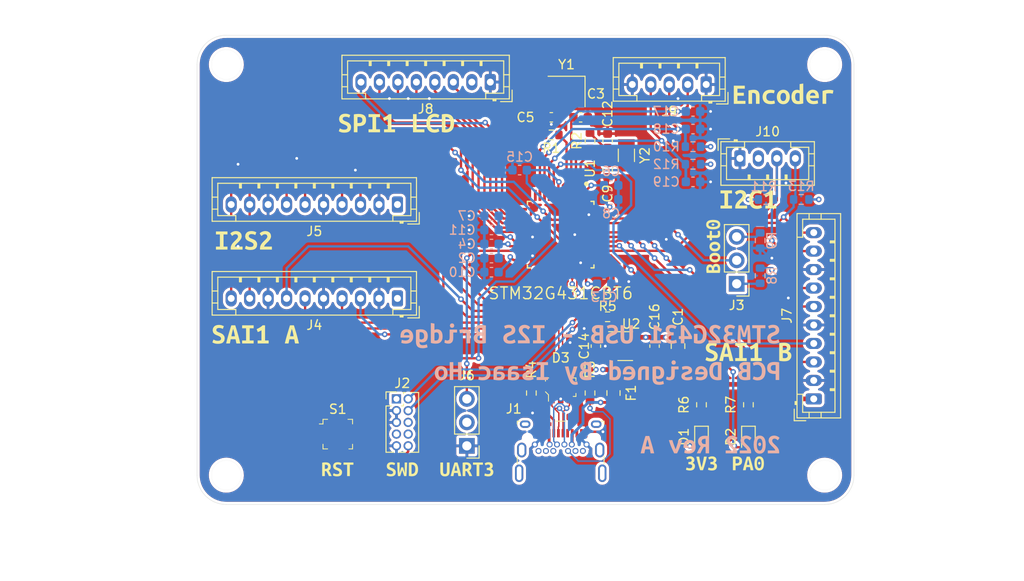
<source format=kicad_pcb>
(kicad_pcb (version 20211014) (generator pcbnew)
  (layers (0 "F.Cu" signal "Front") (1 "In1.Cu" signal) (2 "In2.Cu" signal) (31 "B.Cu" signal "Back") (34 "B.Paste" user) (35 "F.Paste" user) (36 "B.SilkS" user "B.Silkscreen") (37 "F.SilkS" user "F.Silkscreen") (38 "B.Mask" user) (39 "F.Mask" user) (44 "Edge.Cuts" user))
  (net 0 "")
  (net 2 "OSC_IN")
  (net 3 "Net-(C5-Pad1)")
  (net 4 "VREF")
  (net 5 "OSC32_IN")
  (net 6 "Net-(C12-Pad1)")
  (net 8 "NRST")
  (net 9 "USBc_D+")
  (net 10 "USBc_D-")
  (net 11 "USB_D-")
  (net 12 "USB_D+")
  (net 15 "VBUS")
  (net 16 "CC1")
  (net 24 "CC2")
  (net 28 "OSC_OUT")
  (net 29 "GND")
  (net 30 "OSC32_OUT")
  (net 31 "Net-(R5-Pad2)")
  (net 32 "+5V")
  (net 34 "ENC_BTN")
  (net 35 "ENC_B")
  (net 36 "ENC_A")
  (net 37 "Net-(D1-Pad1)")
  (net 38 "Net-(D2-Pad1)")
  (net 39 "USER_LED")
  (net 40 "SAI-A-SD")
  (net 41 "SAI-A-BCLK")
  (net 42 "SAI-A-FSYNC")
  (net 43 "SAI-A-GPIO1")
  (net 44 "SDA")
  (net 45 "SCL")
  (net 46 "I2S2-SD")
  (net 47 "I2S2-CLK")
  (net 48 "I2S2-WSYNC")
  (net 49 "USART3")
  (net 50 "SAI-B-SD")
  (net 51 "SAI-B-BCLK")
  (net 52 "SAI-B-FSYNC")
  (net 53 "SAI-B-MCLK")
  (net 54 "LCD_SDA")
  (net 55 "LCD_RES")
  (net 56 "LCD_DC")
  (net 57 "LCD_CS")
  (net 58 "LCD_BLK")
  (net 59 "I2S2-GPIO1")
  (net 60 "LCD_SCK")
  (net 61 "BOOT0")
  (net 62 "Net-(J3-Pad1)")
  (net 63 "Net-(J3-Pad3)")
  (net 64 "SWDIO")
  (net 65 "SWCLK")
  (net 69 "+3V3")
  (footprint "eec:STMicroelectronics-LQFP48-5B-0-2-MFG" (layer "F.Cu") (at 142.24 86.36 -90)
    (fp_text reference "U1")
    (fp_text value "STM32G431CBT6")
  )
  (footprint "kibuzzard-620D2924" (layer "F.Cu") (at 162.56 82.55)
    (fp_text reference "kibuzzard-620D2924" hide)
    (fp_text value "G***" hide)
  )
  (footprint "Capacitor_SMD:C_0603_1608Metric" (layer "F.Cu") (at 152.4 98.425 -90)
    (fp_text reference "C16")
    (fp_text value "1uF")
  )
  (footprint "kibuzzard-620D28C3" (layer "F.Cu") (at 109.22 97.155)
    (fp_text reference "kibuzzard-620D28C3" hide)
    (fp_text value "G***" hide)
  )
  (footprint "digikey-footprints:Switch_Tactile_SMD_B3U-1000P" (layer "F.Cu") (at 118.11 107.95)
    (fp_text reference "S1")
    (fp_text value "B3U-1000P")
  )
  (footprint "Capacitor_SMD:C_0603_1608Metric" (layer "F.Cu") (at 147.32 76.2 90)
    (fp_text reference "C12")
    (fp_text value "20pF")
  )
  (footprint "kibuzzard-620D2952" (layer "F.Cu") (at 125.095 111.76)
    (fp_text reference "kibuzzard-620D2952" hide)
    (fp_text value "G***" hide)
  )
  (footprint "Resistor_SMD:R_0603_1608Metric" (layer "F.Cu") (at 139.065 103.505 90)
    (fp_text reference "R4")
    (fp_text value "5.1k")
  )
  (footprint "kibuzzard-620D2A22" (layer "F.Cu") (at 158.75 87.63 90)
    (fp_text reference "kibuzzard-620D2A22" hide)
    (fp_text value "G***" hide)
  )
  (footprint "Connector_PinHeader_2.54mm:PinHeader_1x03_P2.54mm_Vertical" (layer "F.Cu") (at 132.08 109.22 180)
    (fp_text reference "J6")
    (fp_text value "Conn_01x03")
  )
  (footprint "LED_SMD:LED_0603_1608Metric" (layer "F.Cu") (at 162.56 108.585 -90)
    (fp_text reference "D2")
    (fp_text value "LED")
  )
  (footprint "kibuzzard-620D2969" (layer "F.Cu") (at 132.08 111.76)
    (fp_text reference "kibuzzard-620D2969" hide)
    (fp_text value "G***" hide)
  )
  (footprint "kibuzzard-620D29A8" (layer "F.Cu") (at 162.56 111.125)
    (fp_text reference "kibuzzard-620D29A8" hide)
    (fp_text value "G***" hide)
  )
  (footprint "Capacitor_SMD:C_0603_1608Metric" (layer "F.Cu") (at 146.05 98.425 -90)
    (fp_text reference "C14")
    (fp_text value "1uF")
  )
  (footprint "Connector_JST:JST_PH_B8B-PH-K_1x08_P2.00mm_Vertical" (layer "F.Cu") (at 134.62 69.85 180)
    (fp_text reference "J8")
    (fp_text value "Conn_01x08")
  )
  (footprint "Package_TO_SOT_SMD:SOT-23-5" (layer "F.Cu") (at 149.225 98.425)
    (fp_text reference "U2")
    (fp_text value "TPS7A0533PDBV")
  )
  (footprint "Resistor_SMD:R_0603_1608Metric" (layer "F.Cu") (at 162.56 104.775 90)
    (fp_text reference "R7")
    (fp_text value "2k")
  )
  (footprint "Fuse:Fuse_0805_2012Metric" (layer "F.Cu") (at 147.955 103.505 90)
    (fp_text reference "F1")
    (fp_text value "5V, 500mA")
  )
  (footprint "Connector_PinHeader_2.54mm:PinHeader_1x03_P2.54mm_Vertical" (layer "F.Cu") (at 161.29 91.679 180)
    (fp_text reference "J3")
    (fp_text value "Conn_01x03")
  )
  (footprint "Capacitor_SMD:C_0603_1608Metric" (layer "F.Cu") (at 147.32 79.375 -90)
    (fp_text reference "C9")
    (fp_text value "20pF")
  )
  (footprint "Resistor_SMD:R_0603_1608Metric" (layer "F.Cu") (at 147.32 95.25)
    (fp_text reference "R5")
    (fp_text value "10k")
  )
  (footprint "digikey-footprints:SOT23-6L" (layer "F.Cu") (at 142.24 102.87)
    (fp_text reference "D3")
    (fp_text value "USBLC6-2SC6")
  )
  (footprint "Capacitor_SMD:C_0805_2012Metric" (layer "F.Cu") (at 154.94 98.425 -90)
    (fp_text reference "C1")
    (fp_text value "4.7uF")
  )
  (footprint "kibuzzard-620D2934" (layer "F.Cu") (at 162.56 99.06)
    (fp_text reference "kibuzzard-620D2934" hide)
    (fp_text value "G***" hide)
  )
  (footprint "kibuzzard-620D295B" (layer "F.Cu") (at 118.11 111.76)
    (fp_text reference "kibuzzard-620D295B" hide)
    (fp_text value "G***" hide)
  )
  (footprint "Connector_PinHeader_1.27mm:PinHeader_2x05_P1.27mm_Vertical" (layer "F.Cu") (at 124.46 104.14)
    (fp_text reference "J2")
    (fp_text value "Conn_ARM_JTAG_SWD_10")
  )
  (footprint "Connector_JST:JST_PH_B10B-PH-K_1x10_P2.00mm_Vertical" (layer "F.Cu") (at 169.63 104.14 90)
    (fp_text reference "J7")
    (fp_text value "Conn_01x10")
  )
  (footprint "Capacitor_SMD:C_0603_1608Metric" (layer "F.Cu") (at 144.399 73.66)
    (fp_text reference "C3")
    (fp_text value "30pF")
  )
  (footprint "Connector_JST:JST_PH_B4B-PH-K_1x04_P2.00mm_Vertical" (layer "F.Cu") (at 161.64 78.105)
    (fp_text reference "J10")
    (fp_text value "Conn_01x04")
  )
  (footprint "Capacitor_SMD:C_0603_1608Metric" (layer "F.Cu") (at 141.224 73.66)
    (fp_text reference "C5")
    (fp_text value "30pF")
  )
  (footprint "digikey-footprints:USB-C_Female_E8124-015-01" (layer "F.Cu") (at 142.24 107.855)
    (fp_text reference "J1")
    (fp_text value "E8124-015-01")
  )
  (footprint "Resistor_SMD:R_0603_1608Metric" (layer "F.Cu") (at 145.415 103.505 90)
    (fp_text reference "R3")
    (fp_text value "5.1k")
  )
  (footprint "Crystal:Crystal_SMD_3215-2Pin_3.2x1.5mm" (layer "F.Cu") (at 149.352 77.7748 -90)
    (fp_text reference "Y2")
    (fp_text value "Crystal")
  )
  (footprint "Connector_JST:JST_PH_B10B-PH-K_1x10_P2.00mm_Vertical" (layer "F.Cu") (at 124.57 83.1 180)
    (fp_text reference "J5")
    (fp_text value "Conn_01x10")
  )
  (footprint "Resistor_SMD:R_0603_1608Metric" (layer "F.Cu") (at 157.48 104.775 90)
    (fp_text reference "R6")
    (fp_text value "2k")
  )
  (footprint "Connector_JST:JST_PH_B10B-PH-K_1x10_P2.00mm_Vertical" (layer "F.Cu") (at 124.57 93.26 180)
    (fp_text reference "J4")
    (fp_text value "Conn_01x10")
  )
  (footprint "kibuzzard-620D28D6" (layer "F.Cu") (at 107.95 86.995)
    (fp_text reference "kibuzzard-620D28D6" hide)
    (fp_text value "G***" hide)
  )
  (footprint "Crystal:Crystal_SMD_3225-4Pin_3.2x2.5mm" (layer "F.Cu") (at 142.875 70.866 180)
    (fp_text reference "Y1")
    (fp_text value "Crystal_GND24")
  )
  (footprint "kibuzzard-620D29B6" (layer "F.Cu") (at 157.48 111.125)
    (fp_text reference "kibuzzard-620D29B6" hide)
    (fp_text value "G***" hide)
  )
  (footprint "kibuzzard-620D28EA" (layer "F.Cu") (at 124.46 74.295)
    (fp_text reference "kibuzzard-620D28EA" hide)
    (fp_text value "G***" hide)
  )
  (footprint "Resistor_SMD:R_0603_1608Metric" (layer "F.Cu") (at 145.415 76.2 90)
    (fp_text reference "R2")
    (fp_text value "0R")
  )
  (footprint "LED_SMD:LED_0603_1608Metric" (layer "F.Cu") (at 157.48 108.585 -90)
    (fp_text reference "D1")
    (fp_text value "LED")
  )
  (footprint "kibuzzard-620D2901" (layer "F.Cu") (at 166.37 71.12)
    (fp_text reference "kibuzzard-620D2901" hide)
    (fp_text value "G***" hide)
  )
  (footprint "Connector_JST:JST_PH_B5B-PH-K_1x05_P2.00mm_Vertical" (layer "F.Cu") (at 157.988 70.104 180)
    (fp_text reference "J9")
    (fp_text value "Conn_01x05")
  )
  (footprint "Resistor_SMD:R_0603_1608Metric" (layer "F.Cu") (at 141.224 75.565 180)
    (fp_text reference "R1")
    (fp_text value "0R")
  )
  (footprint "Capacitor_SMD:C_0603_1608Metric" (layer "B.Cu") (at 156.56 80.645)
    (fp_text reference "C19")
    (fp_text value "100nF")
  )
  (footprint "Capacitor_SMD:C_0603_1608Metric" (layer "B.Cu") (at 146.939 91.694)
    (fp_text reference "C13")
    (fp_text value "100nF")
  )
  (footprint "Capacitor_SMD:C_0603_1608Metric" (layer "B.Cu") (at 156.56 73.025)
    (fp_text reference "C17")
    (fp_text value "100nF")
  )
  (footprint "Capacitor_SMD:C_0603_1608Metric" (layer "B.Cu") (at 156.56 74.93)
    (fp_text reference "C18")
    (fp_text value "100nF")
  )
  (footprint "Resistor_SMD:R_0603_1608Metric" (layer "B.Cu") (at 163.83 90.805 -90)
    (fp_text reference "R8")
    (fp_text value "10k")
  )
  (footprint "Resistor_SMD:R_0603_1608Metric" (layer "B.Cu") (at 156.56 78.74 180)
    (fp_text reference "R12")
    (fp_text value "3.3k")
  )
  (footprint "Capacitor_SMD:C_0603_1608Metric" (layer "B.Cu") (at 147.701 81.026)
    (fp_text reference "C6")
    (fp_text value "100nF")
  )
  (footprint "Capacitor_SMD:C_0603_1608Metric" (layer "B.Cu") (at 134.747 87.376 180)
    (fp_text reference "C4")
    (fp_text value "10nF")
  )
  (footprint "Resistor_SMD:R_0603_1608Metric" (layer "B.Cu") (at 163.83 86.995 -90)
    (fp_text reference "R9")
    (fp_text value "10k")
  )
  (footprint "Capacitor_SMD:C_0603_1608Metric" (layer "B.Cu") (at 134.747 84.328 180)
    (fp_text reference "C7")
    (fp_text value "1uF")
  )
  (footprint "Capacitor_SMD:C_0603_1608Metric" (layer "B.Cu") (at 147.701 82.55)
    (fp_text reference "C8")
    (fp_text value "100nF")
  )
  (footprint "Capacitor_SMD:C_0603_1608Metric" (layer "B.Cu") (at 134.747 88.9 180)
    (fp_text reference "C2")
    (fp_text value "1uF")
  )
  (footprint "Capacitor_SMD:C_0603_1608Metric" (layer "B.Cu") (at 134.747 85.852 180)
    (fp_text reference "C11")
    (fp_text value "100nF")
  )
  (footprint "Capacitor_SMD:C_0603_1608Metric" (layer "B.Cu") (at 134.747 90.424 180)
    (fp_text reference "C10")
    (fp_text value "100nF")
  )
  (footprint "kibuzzard-620D288B" (layer "B.Cu") (at 145.415 102.997 180)
    (fp_text reference "kibuzzard-620D288B" hide)
    (fp_text value "G***" hide)
  )
  (footprint "Resistor_SMD:R_0603_1608Metric" (layer "B.Cu") (at 168.275 82.55 180)
    (fp_text reference "R13")
    (fp_text value "3.3k")
  )
  (footprint "Resistor_SMD:R_0603_1608Metric" (layer "B.Cu") (at 156.56 76.835 180)
    (fp_text reference "R10")
    (fp_text value "3.3k")
  )
  (footprint "Resistor_SMD:R_0603_1608Metric" (layer "B.Cu") (at 164.465 82.55)
    (fp_text reference "R11")
    (fp_text value "3.3k")
  )
  (footprint "Capacitor_SMD:C_0603_1608Metric" (layer "B.Cu") (at 137.795 79.375 180)
    (fp_text reference "C15")
    (fp_text value "100nF")
  )
  (gr_arc (start 170.815 64.77) (mid 173.060064 65.699936) (end 173.99 67.945) (layer "Edge.Cuts") (width 0.0381))
  (gr_line (start 173.99 67.945) (end 173.99 112.395) (layer "Edge.Cuts") (width 0.0381))
  (gr_circle (center 106.045 112.395) (end 107.645 112.395) (layer "Edge.Cuts") (width 0.01) (fill none))
  (gr_circle (center 170.815 112.395) (end 172.415 112.395) (layer "Edge.Cuts") (width 0.01) (fill none))
  (gr_line (start 170.815 115.57) (end 106.045 115.57) (layer "Edge.Cuts") (width 0.0381))
  (gr_arc (start 106.045 115.57) (mid 103.799936 114.640064) (end 102.87 112.395) (layer "Edge.Cuts") (width 0.0381))
  (gr_line (start 106.045 64.77) (end 170.815 64.77) (layer "Edge.Cuts") (width 0.0381))
  (gr_arc (start 173.99 112.395) (mid 173.060064 114.640064) (end 170.815 115.57) (layer "Edge.Cuts") (width 0.0381))
  (gr_line (start 102.87 112.395) (end 102.87 67.945) (layer "Edge.Cuts") (width 0.0381))
  (gr_arc (start 102.87 67.945) (mid 103.799936 65.699936) (end 106.045 64.77) (layer "Edge.Cuts") (width 0.0381))
  (gr_circle (center 106.045 67.945) (end 107.645 67.945) (layer "Edge.Cuts") (width 0.01) (fill none))
  (gr_circle (center 170.815 67.945) (end 172.415 67.945) (layer "Edge.Cuts") (width 0.01) (fill none))
  (segment (start 143.51 73.66) (end 142.875 73.025) (width 0.254) (layer "F.Cu") (net 2))
  (segment (start 143.383 73.901) (end 143.624 73.66) (width 0.254) (layer "F.Cu") (net 2))
  (segment (start 143.383 80.772) (end 143.383 73.901) (width 0.254) (layer "F.Cu") (net 2))
  (segment (start 143.344 70.016) (end 143.975 70.016) (width 0.254) (layer "F.Cu") (net 2))
  (segment (start 142.99 82.11) (end 142.99 81.165) (width 0.254) (layer "F.Cu") (net 2))
  (segment (start 143.624 73.66) (end 143.51 73.66) (width 0.254) (layer "F.Cu") (net 2))
  (segment (start 142.875 70.485) (end 143.344 70.016) (width 0.254) (layer "F.Cu") (net 2))
  (segment (start 142.875 73.025) (end 142.875 70.485) (width 0.254) (layer "F.Cu") (net 2))
  (segment (start 142.99 81.165) (end 143.383 80.772) (width 0.254) (layer "F.Cu") (net 2))
  (segment (start 141.775 71.716) (end 141.775 72.334) (width 0.254) (layer "F.Cu") (net 3))
  (segment (start 141.775 72.334) (end 140.449 73.66) (width 0.254) (layer "F.Cu") (net 3))
  (segment (start 140.449 73.66) (end 140.449 75.515) (width 0.254) (layer "F.Cu") (net 3))
  (segment (start 140.449 75.515) (end 140.399 75.565) (width 0.254) (layer "F.Cu") (net 3))
  (segment (start 137.275 87.11) (end 136.779 86.614) (width 0.254) (layer "F.Cu") (net 4))
  (segment (start 137.99 87.11) (end 137.275 87.11) (width 0.254) (layer "F.Cu") (net 4))
  (via (at 136.779 86.614) (size 0.6) (drill 0.3) (layers "F.Cu" "B.Cu") (net 4))
  (segment (start 136.284 86.614) (end 135.522 85.852) (width 0.254) (layer "B.Cu") (net 4))
  (segment (start 135.522 84.455) (end 135.522 85.852) (width 0.254) (layer "B.Cu") (net 4))
  (segment (start 136.779 86.614) (end 136.284 86.614) (width 0.254) (layer "B.Cu") (net 4))
  (segment (start 144.907 78.105) (end 144.399 78.613) (width 0.254) (layer "F.Cu") (net 5))
  (segment (start 148.9272 78.6) (end 149.352 79.0248) (width 0.254) (layer "F.Cu") (net 5))
  (segment (start 144.399 78.613) (end 144.399 80.943978) (width 0.254) (layer "F.Cu") (net 5))
  (segment (start 147.32 78.6) (end 146.825 78.105) (width 0.254) (layer "F.Cu") (net 5))
  (segment (start 144.399 80.943978) (end 143.99 81.352978) (width 0.254) (layer "F.Cu") (net 5))
  (segment (start 143.99 81.352978) (end 143.99 82.11) (width 0.254) (layer "F.Cu") (net 5))
  (segment (start 146.825 78.105) (end 144.907 78.105) (width 0.254) (layer "F.Cu") (net 5))
  (segment (start 147.32 78.6) (end 148.9272 78.6) (width 0.254) (layer "F.Cu") (net 5))
  (segment (start 148.9018 76.975) (end 149.352 76.5248) (width 0.254) (layer "F.Cu") (net 6))
  (segment (start 147.32 76.975) (end 147.015 76.975) (width 0.254) (layer "F.Cu") (net 6))
  (segment (start 147.015 76.975) (end 145.415 75.375) (width 0.254) (layer "F.Cu") (net 6))
  (segment (start 147.32 76.975) (end 148.9018 76.975) (width 0.254) (layer "F.Cu") (net 6))
  (segment (start 122.35 110.49) (end 119.81 107.95) (width 0.254) (layer "F.Cu") (net 8))
  (segment (start 124.4145 99.7405) (end 119.81 104.345) (width 0.254) (layer "F.Cu") (net 8))
  (segment (start 125.095 110.49) (end 122.35 110.49) (width 0.254) (layer "F.Cu") (net 8))
  (segment (start 125.73 109.855) (end 125.095 110.49) (width 0.254) (layer "F.Cu") (net 8))
  (segment (start 133.35 99.7405) (end 124.4145 99.7405) (width 0.254) (layer "F.Cu") (net 8))
  (segment (start 141.99 80.6985) (end 142.0435 80.645) (width 0.254) (layer "F.Cu") (net 8))
  (segment (start 119.81 104.345) (end 119.81 107.95) (width 0.254) (layer "F.Cu") (net 8))
  (segment (start 141.99 82.11) (end 141.99 80.6985) (width 0.254) (layer "F.Cu") (net 8))
  (segment (start 125.73 109.22) (end 125.73 109.855) (width 0.254) (layer "F.Cu") (net 8))
  (via (at 133.35 99.7405) (size 0.6) (drill 0.3) (layers "F.Cu" "B.Cu") (net 8))
  (via (at 142.0435 80.645) (size 0.6) (drill 0.3) (layers "F.Cu" "B.Cu") (net 8))
  (segment (start 133.35 93.345) (end 135.255 91.44) (width 0.254) (layer "B.Cu") (net 8))
  (segment (start 133.35 99.7405) (end 133.35 93.345) (width 0.254) (layer "B.Cu") (net 8))
  (segment (start 135.255 91.44) (end 137.180784 91.44) (width 0.254) (layer "B.Cu") (net 8))
  (segment (start 140.7735 79.375) (end 142.0435 80.645) (width 0.254) (layer "B.Cu") (net 8))
  (segment (start 138.57 80.785) (end 138.57 79.375) (width 0.254) (layer "B.Cu") (net 8))
  (segment (start 141.605 83.82) (end 138.57 80.785) (width 0.254) (layer "B.Cu") (net 8))
  (segment (start 138.57 79.375) (end 140.7735 79.375) (width 0.254) (layer "B.Cu") (net 8))
  (segment (start 137.180784 91.44) (end 141.605 87.015784) (width 0.254) (layer "B.Cu") (net 8))
  (segment (start 141.605 87.015784) (end 141.605 83.82) (width 0.254) (layer "B.Cu") (net 8))
  (segment (start 142.0368 107.133199) (end 142.0368 105.666801) (width 0.1524) (layer "F.Cu") (net 9))
  (segment (start 141.99 107.855) (end 141.99 107.179999) (width 0.1524) (layer "F.Cu") (net 9))
  (segment (start 141.29 104.920001) (end 141.29 104.02) (width 0.1524) (layer "F.Cu") (net 9))
  (segment (start 141.605 105.156) (end 141.565499 105.195501) (width 0.1524) (layer "F.Cu") (net 9))
  (segment (start 141.99 107.179999) (end 142.0368 107.133199) (width 0.1524) (layer "F.Cu") (net 9))
  (segment (start 141.565499 105.195501) (end 141.29 104.920001) (width 0.1524) (layer "F.Cu") (net 9))
  (segment (start 142.113 105.156) (end 141.605 105.156) (width 0.1524) (layer "F.Cu") (net 9))
  (segment (start 142.0368 105.666801) (end 141.565499 105.195501) (width 0.1524) (layer "F.Cu") (net 9))
  (via (at 142.113 105.156) (size 0.6) (drill 0.3) (layers "F.Cu" "B.Cu") (net 9))
  (segment (start 142.64 105.683) (end 142.113 105.156) (width 0.1524) (layer "B.Cu") (net 9))
  (segment (start 142.64 109.075) (end 142.64 105.683) (width 0.1524) (layer "B.Cu") (net 9))
  (segment (start 142.49 105.541) (end 142.875 105.156) (width 0.1524) (layer "F.Cu") (net 10))
  (segment (start 143.19 104.841) (end 142.875 105.156) (width 0.1524) (layer "F.Cu") (net 10))
  (segment (start 143.19 104.02) (end 143.19 104.841) (width 0.1524) (layer "F.Cu") (net 10))
  (segment (start 142.49 107.855) (end 142.49 105.541) (width 0.1524) (layer "F.Cu") (net 10))
  (via (at 142.875 105.156) (size 0.6) (drill 0.3) (layers "F.Cu" "B.Cu") (net 10))
  (segment (start 142.372299 104.653299) (end 142.875 105.156) (width 0.1524) (layer "B.Cu") (net 10))
  (segment (start 141.483299 105.074773) (end 141.904773 104.653299) (width 0.1524) (layer "B.Cu") (net 10))
  (segment (start 141.904773 104.653299) (end 142.372299 104.653299) (width 0.1524) (layer "B.Cu") (net 10))
  (segment (start 141.483299 108.718299) (end 141.483299 105.074773) (width 0.1524) (layer "B.Cu") (net 10))
  (segment (start 141.84 109.075) (end 141.483299 108.718299) (width 0.1524) (layer "B.Cu") (net 10))
  (segment (start 143.4873 91.694) (end 143.4873 90.6127) (width 0.1524) (layer "F.Cu") (net 11))
  (segment (start 142.4432 100.073199) (end 143.19 100.819999) (width 0.1524) (layer "F.Cu") (net 11))
  (segment (start 143.19 100.819999) (end 143.19 101.72) (width 0.1524) (layer "F.Cu") (net 11))
  (segment (start 144.10861 92.677038) (end 144.10861 92.90676) (width 0.1524) (layer "F.Cu") (net 11))
  (segment (start 143.4873 90.6127) (end 143.49 90.61) (width 0.1524) (layer "F.Cu") (net 11))
  (segment (start 142.4432 94.57217) (end 142.4432 100.073199) (width 0.1524) (layer "F.Cu") (net 11))
  (segment (start 144.10861 92.90676) (end 142.4432 94.57217) (width 0.1524) (layer "F.Cu") (net 11))
  (via (at 143.4873 91.694) (size 0.6) (drill 0.3) (layers "F.Cu" "B.Cu") (net 11))
  (via (at 144.10861 92.677038) (size 0.6) (drill 0.3) (layers "F.Cu" "B.Cu") (net 11))
  (segment (start 144.10861 92.677038) (end 144.10861 92.31531) (width 0.1524) (layer "B.Cu") (net 11))
  (segment (start 144.10861 92.31531) (end 143.4873 91.694) (width 0.1524) (layer "B.Cu") (net 11))
  (segment (start 143.539808 92.534914) (end 143.99 92.084722) (width 0.1524) (layer "F.Cu") (net 12))
  (segment (start 143.539808 92.900822) (end 143.539808 92.534914) (width 0.1524) (layer "F.Cu") (net 12))
  (segment (start 141.29 101.72) (end 141.29 100.819999) (width 0.1524) (layer "F.Cu") (net 12))
  (segment (start 142.0368 100.073199) (end 142.0368 94.40383) (width 0.1524) (layer "F.Cu") (net 12))
  (segment (start 142.0368 94.40383) (end 143.539808 92.900822) (width 0.1524) (layer "F.Cu") (net 12))
  (segment (start 141.29 100.819999) (end 142.0368 100.073199) (width 0.1524) (layer "F.Cu") (net 12))
  (segment (start 143.99 92.084722) (end 143.99 90.61) (width 0.1524) (layer "F.Cu") (net 12))
  (segment (start 140.99 107.855) (end 140.99 109.025) (width 0.3048) (layer "F.Cu") (net 15))
  (segment (start 140.99 109.025) (end 141.04 109.075) (width 0.3048) (layer "F.Cu") (net 15))
  (segment (start 147.8765 104.521) (end 147.955 104.4425) (width 0.3048) (layer "F.Cu") (net 15))
  (segment (start 143.49 107.855) (end 143.49 109.025) (width 0.3048) (layer "F.Cu") (net 15))
  (segment (start 146.558 104.521) (end 147.8765 104.521) (width 0.3048) (layer "F.Cu") (net 15))
  (segment (start 143.49 109.025) (end 143.44 109.075) (width 0.3048) (layer "F.Cu") (net 15))
  (via (at 146.558 104.521) (size 0.6) (drill 0.3) (layers "F.Cu" "B.Cu") (net 15))
  (segment (start 145.231295 104.521) (end 146.558 104.521) (width 0.3048) (layer "B.Cu") (net 15))
  (segment (start 143.44 108.02) (end 144.653 106.807) (width 0.3048) (layer "B.Cu") (net 15))
  (segment (start 144.653 106.807) (end 144.653 105.099295) (width 0.3048) (layer "B.Cu") (net 15))
  (segment (start 144.653 105.099295) (end 145.231295 104.521) (width 0.3048) (layer "B.Cu") (net 15))
  (segment (start 143.44 109.075) (end 143.44 108.02) (width 0.3048) (layer "B.Cu") (net 15))
  (segment (start 141.493511 106.421489) (end 141.493511 107.851489) (width 0.254) (layer "F.Cu") (net 16))
  (segment (start 141.493511 107.851489) (end 141.49 107.855) (width 0.254) (layer "F.Cu") (net 16))
  (segment (start 139.065 104.33) (end 139.402022 104.33) (width 0.254) (layer "F.Cu") (net 16))
  (segment (start 139.402022 104.33) (end 141.493511 106.421489) (width 0.254) (layer "F.Cu") (net 16))
  (segment (start 145.415 105.156) (end 145.415 104.33) (width 0.1524) (layer "F.Cu") (net 24))
  (via (at 145.415 105.156) (size 0.6) (drill 0.3) (layers "F.Cu" "B.Cu") (net 24))
  (segment (start 147.447 110.236) (end 147.574 110.109) (width 0.1524) (layer "B.Cu") (net 24))
  (segment (start 146.812 110.871) (end 147.447 110.236) (width 0.1524) (layer "B.Cu") (net 24))
  (segment (start 147.574 106.299) (end 146.812 105.537) (width 0.1524) (layer "B.Cu") (net 24))
  (segment (start 144.136 110.871) (end 146.685 110.871) (width 0.1524) (layer "B.Cu") (net 24))
  (segment (start 147.574 110.109) (end 147.574 106.299) (width 0.1524) (layer "B.Cu") (net 24))
  (segment (start 146.812 105.537) (end 145.669 105.537) (width 0.1524) (layer "B.Cu") (net 24))
  (segment (start 145.415 105.283) (end 145.415 105.156) (width 0.1524) (layer "B.Cu") (net 24))
  (segment (start 143.04 109.775) (end 144.136 110.871) (width 0.1524) (layer "B.Cu") (net 24))
  (segment (start 145.669 105.537) (end 145.415 105.283) (width 0.1524) (layer "B.Cu") (net 24))
  (segment (start 146.685 110.871) (end 146.812 110.871) (width 0.1524) (layer "B.Cu") (net 24))
  (segment (start 142.875 76.391) (end 142.049 75.565) (width 0.254) (layer "F.Cu") (net 28))
  (segment (start 142.875 80.645) (end 142.875 76.391) (width 0.254) (layer "F.Cu") (net 28))
  (segment (start 142.49 82.11) (end 142.49 81.03) (width 0.254) (layer "F.Cu") (net 28))
  (segment (start 142.49 81.03) (end 142.875 80.645) (width 0.254) (layer "F.Cu") (net 28))
  (segment (start 139.156 88.61) (end 139.192 88.646) (width 0.254) (layer "F.Cu") (net 29))
  (segment (start 139.188 86.61) (end 139.192 86.614) (width 0.254) (layer "F.Cu") (net 29))
  (segment (start 145.149 107.696) (end 146.812 107.696) (width 0.254) (layer "F.Cu") (net 29))
  (segment (start 137.99 86.61) (end 139.188 86.61) (width 0.254) (layer "F.Cu") (net 29))
  (segment (start 146.49 84.11) (end 145.379 84.11) (width 0.254) (layer "F.Cu") (net 29))
  (segment (start 145.379 84.11) (end 145.288 84.201) (width 0.254) (layer "F.Cu") (net 29))
  (segment (start 139.49 107.855) (end 139.49 105.962) (width 0.254) (layer "F.Cu") (net 29))
  (segment (start 144.49 89.499) (end 144.399 89.408) (width 0.254) (layer "F.Cu") (net 29))
  (segment (start 141.986 73.66) (end 141.224 74.422) (width 0.3048) (layer "F.Cu") (net 29))
  (segment (start 144.49 90.61) (end 144.49 89.499) (width 0.254) (layer "F.Cu") (net 29))
  (segment (start 137.99 88.61) (end 139.156 88.61) (width 0.254) (layer "F.Cu") (net 29))
  (segment (start 139.49 105.962) (end 139.192 105.664) (width 0.254) (layer "F.Cu") (net 29))
  (segment (start 148.0875 98.425) (end 147.066 98.425) (width 0.508) (layer "F.Cu") (net 29))
  (segment (start 141.999 73.66) (end 141.986 73.66) (width 0.3048) (layer "F.Cu") (net 29))
  (segment (start 144.99 107.855) (end 145.149 107.696) (width 0.254) (layer "F.Cu") (net 29))
  (via (at 132.334 84.328) (size 0.6) (drill 0.3) (layers "F.Cu" "B.Cu") (net 29))
  (via (at 158.465 80.645) (size 0.6) (drill 0.3) (layers "F.Cu" "B.Cu") (net 29))
  (via (at 107.315 78.74) (size 0.6) (drill 0.3) (layers "F.Cu" "B.Cu") (net 29))
  (via (at 147.066 98.425) (size 0.6) (drill 0.3) (layers "F.Cu" "B.Cu") (net 29))
  (via (at 165.1 88.9) (size 0.6) (drill 0.3) (layers "F.Cu" "B.Cu") (net 29))
  (via (at 128.016 71.628) (size 0.6) (drill 0.3) (layers "F.Cu" "B.Cu") (net 29))
  (via (at 158.465 73.025) (size 0.6) (drill 0.3) (layers "F.Cu" "B.Cu") (net 29))
  (via (at 132.334 87.376) (size 0.6) (drill 0.3) (layers "F.Cu" "B.Cu") (net 29))
  (via (at 144.78 96.52) (size 0.6) (drill 0.3) (layers "F.Cu" "B.Cu") (net 29))
  (via (at 146.812 107.696) (size 0.6) (drill 0.3) (layers "F.Cu" "B.Cu") (net 29))
  (via (at 154.432 76.2) (size 0.6) (drill 0.3) (layers "F.Cu" "B.Cu") (net 29))
  (via (at 113.665 78.105) (size 0.6) (drill 0.3) (layers "F.Cu" "B.Cu") (net 29))
  (via (at 123.698 71.628) (size 0.6) (drill 0.3) (layers "F.Cu" "B.Cu") (net 29))
  (via (at 141.224 74.422) (size 0.6) (drill 0.3) (layers "F.Cu" "B.Cu") (net 29))
  (via (at 143.256 98.044) (size 0.6) (drill 0.3) (layers "F.Cu" "B.Cu") (net 29))
  (via (at 149.606 91.44) (size 0.6) (drill 0.3) (layers "F.Cu" "B.Cu") (net 29))
  (via (at 158.465 74.93) (size 0.6) (drill 0.3) (layers "F.Cu" "B.Cu") (net 29))
  (via (at 145.288 84.201) (size 0.6) (drill 0.3) (layers "F.Cu" "B.Cu") (net 29))
  (via (at 142.24 104.14) (size 0.6) (drill 0.3) (layers "F.Cu" "B.Cu") (net 29))
  (via (at 143.764 86.36) (size 0.6) (drill 0.3) (layers "F.Cu" "B.Cu") (net 29))
  (via (at 139.192 105.664) (size 0.6) (drill 0.3) (layers "F.Cu" "B.Cu") (net 29))
  (via (at 153.67 86.868) (size 0.6) (drill 0.3) (layers "F.Cu" "B.Cu") (net 29))
  (via (at 107.315 87.63) (size 0.6) (drill 0.3) (layers "F.Cu" "B.Cu") (net 29))
  (via (at 144.399 89.408) (size 0.6) (drill 0.3) (layers "F.Cu" "B.Cu") (net 29))
  (via (at 154.94 71.628) (size 0.6) (drill 0.3) (layers "F.Cu" "B.Cu") (net 29))
  (via (at 139.192 88.646) (size 0.6) (drill 0.3) (layers "F.Cu" "B.Cu") (net 29))
  (via (at 166.624 80.772) (size 0.6) (drill 0.3) (layers "F.Cu" "B.Cu") (net 29))
  (via (at 120.015 79.375) (size 0.6) (drill 0.3) (layers "F.Cu" "B.Cu") (net 29))
  (via (at 132.334 85.852) (size 0.6) (drill 0.3) (layers "F.Cu" "B.Cu") (net 29))
  (via (at 166.878 93.218) (size 0.6) (drill 0.3) (layers "F.Cu" "B.Cu") (net 29))
  (via (at 139.192 86.614) (size 0.6) (drill 0.3) (layers "F.Cu" "B.Cu") (net 29))
  (via (at 125.73 71.628) (size 0.6) (drill 0.3) (layers "F.Cu" "B.Cu") (net 29))
  (segment (start 165.1 88.9) (end 164.91 88.9) (width 0.254) (layer "B.Cu") (net 29))
  (segment (start 157.335 73.025) (end 158.465 73.025) (width 0.3048) (layer "B.Cu") (net 29))
  (segment (start 158.465 80.645) (end 157.335 80.645) (width 0.3048) (layer "B.Cu") (net 29))
  (segment (start 164.91 88.9) (end 163.83 87.82) (width 0.254) (layer "B.Cu") (net 29))
  (segment (start 157.335 74.93) (end 158.465 74.93) (width 0.3048) (layer "B.Cu") (net 29))
  (segment (start 144.971 77.025) (end 145.415 77.025) (width 0.254) (layer "F.Cu") (net 30))
  (segment (start 143.49 81.203136) (end 143.891 80.802136) (width 0.254) (layer "F.Cu") (net 30))
  (segment (start 143.891 80.802136) (end 143.891 78.105) (width 0.254) (layer "F.Cu") (net 30))
  (segment (start 143.49 82.11) (end 143.49 81.203136) (width 0.254) (layer "F.Cu") (net 30))
  (segment (start 143.891 78.105) (end 144.971 77.025) (width 0.254) (layer "F.Cu") (net 30))
  (segment (start 148.370663 99.375) (end 148.0875 99.375) (width 0.254) (layer "F.Cu") (net 31))
  (segment (start 149.225 98.520663) (end 148.370663 99.375) (width 0.254) (layer "F.Cu") (net 31))
  (segment (start 148.145 95.25) (end 149.225 96.33) (width 0.254) (layer "F.Cu") (net 31))
  (segment (start 149.225 96.33) (end 149.225 98.520663) (width 0.254) (layer "F.Cu") (net 31))
  (segment (start 148.0875 97.475) (end 146.225 97.475) (width 0.508) (layer "F.Cu") (net 32))
  (segment (start 142.24 102.235) (end 142.875 102.87) (width 0.508) (layer "F.Cu") (net 32))
  (segment (start 146.225 97.475) (end 146.05 97.65) (width 0.508) (layer "F.Cu") (net 32))
  (segment (start 147.32 100.965) (end 146.812 100.965) (width 0.508) (layer "F.Cu") (net 32))
  (segment (start 143.51 102.87) (end 145.415 100.965) (width 0.508) (layer "F.Cu") (net 32))
  (segment (start 142.24 101.72) (end 142.24 102.235) (width 0.508) (layer "F.Cu") (net 32))
  (segment (start 146.05 95.695) (end 146.05 97.65) (width 0.254) (layer "F.Cu") (net 32))
  (segment (start 147.955 102.5675) (end 147.955 101.6) (width 0.508) (layer "F.Cu") (net 32))
  (segment (start 142.875 102.87) (end 143.51 102.87) (width 0.508) (layer "F.Cu") (net 32))
  (segment (start 146.05 100.965) (end 145.415 100.965) (width 0.508) (layer "F.Cu") (net 32))
  (segment (start 145.415 100.965) (end 144.145 99.695) (width 0.508) (layer "F.Cu") (net 32))
  (segment (start 146.495 95.25) (end 146.05 95.695) (width 0.254) (layer "F.Cu") (net 32))
  (segment (start 144.92 97.65) (end 146.05 97.65) (width 0.508) (layer "F.Cu") (net 32))
  (segment (start 165.0515 102.5675) (end 166.624 104.14) (width 0.508) (layer "F.Cu") (net 32))
  (segment (start 147.955 101.6) (end 147.32 100.965) (width 0.508) (layer "F.Cu") (net 32))
  (segment (start 147.955 102.5675) (end 165.0515 102.5675) (width 0.508) (layer "F.Cu") (net 32))
  (segment (start 144.145 98.425) (end 144.92 97.65) (width 0.508) (layer "F.Cu") (net 32))
  (segment (start 144.145 99.695) (end 144.145 98.425) (width 0.508) (layer "F.Cu") (net 32))
  (segment (start 166.624 104.14) (end 169.63 104.14) (width 0.508) (layer "F.Cu") (net 32))
  (via (at 146.05 100.965) (size 0.6) (drill 0.3) (layers "F.Cu" "B.Cu") (net 32))
  (via (at 146.812 100.965) (size 0.6) (drill 0.3) (layers "F.Cu" "B.Cu") (net 32))
  (segment (start 139.99 82.11) (end 139.99 77.18) (width 0.254) (layer "F.Cu") (net 34))
  (segment (start 155.404 73.025) (end 154.94 73.025) (width 0.254) (layer "F.Cu") (net 34))
  (segment (start 155.988 70.104) (end 155.988 72.441) (width 0.254) (layer "F.Cu") (net 34))
  (segment (start 155.988 72.441) (end 155.404 73.025) (width 0.254) (layer "F.Cu") (net 34))
  (segment (start 139.99 77.18) (end 140.335 76.835) (width 0.254) (layer "F.Cu") (net 34))
  (via (at 140.335 76.835) (size 0.6) (drill 0.3) (layers "F.Cu" "B.Cu") (net 34))
  (via (at 154.94 73.025) (size 0.6) (drill 0.3) (layers "F.Cu" "B.Cu") (net 34))
  (segment (start 144.145 73.025) (end 153.67 73.025) (width 0.254) (layer "B.Cu") (net 34))
  (segment (start 155.785 73.025) (end 154.94 73.025) (width 0.3048) (layer "B.Cu") (net 34))
  (segment (start 140.335 76.835) (end 144.145 73.025) (width 0.254) (layer "B.Cu") (net 34))
  (segment (start 153.67 73.025) (end 154.94 73.025) (width 0.254) (layer "B.Cu") (net 34))
  (segment (start 140.49 82.11) (end 140.49 77.95) (width 0.254) (layer "F.Cu") (net 35))
  (segment (start 140.49 77.95) (end 140.97 77.47) (width 0.254) (layer "F.Cu") (net 35))
  (segment (start 153.988 73.978) (end 154.94 74.93) (width 0.254) (layer "F.Cu") (net 35))
  (segment (start 153.988 70.104) (end 153.988 73.978) (width 0.254) (layer "F.Cu") (net 35))
  (via (at 154.94 74.93) (size 0.6) (drill 0.3) (layers "F.Cu" "B.Cu") (net 35))
  (via (at 140.97 77.47) (size 0.6) (drill 0.3) (layers "F.Cu" "B.Cu") (net 35))
  (segment (start 155.785 74.93) (end 154.94 74.93) (width 0.3048) (layer "B.Cu") (net 35))
  (segment (start 155.735 74.98) (end 155.785 74.93) (width 0.3048) (layer "B.Cu") (net 35))
  (segment (start 155.735 76.835) (end 155.735 74.98) (width 0.3048) (layer "B.Cu") (net 35))
  (segment (start 143.51 74.93) (end 140.97 77.47) (width 0.254) (layer "B.Cu") (net 35))
  (segment (start 154.94 74.93) (end 143.51 74.93) (width 0.254) (layer "B.Cu") (net 35))
  (segment (start 153.162 76.2) (end 153.115 76.153) (width 0.254) (layer "F.Cu") (net 36))
  (segment (start 140.99 82.11) (end 140.99 78.72) (width 0.254) (layer "F.Cu") (net 36))
  (segment (start 140.99 78.72) (end 141.605 78.105) (width 0.254) (layer "F.Cu") (net 36))
  (segment (start 151.988 70.104) (end 151.988 74.993) (width 0.254) (layer "F.Cu") (net 36))
  (segment (start 153.115 76.153) (end 153.115 76.12) (width 0.254) (layer "F.Cu") (net 36))
  (segment (start 151.988 74.993) (end 153.115 76.12) (width 0.254) (layer "F.Cu") (net 36))
  (via (at 153.162 76.2) (size 0.6) (drill 0.3) (layers "F.Cu" "B.Cu") (net 36))
  (via (at 141.605 78.105) (size 0.6) (drill 0.3) (layers "F.Cu" "B.Cu") (net 36))
  (segment (start 155.702 78.74) (end 153.162 76.2) (width 0.3048) (layer "B.Cu") (net 36))
  (segment (start 155.785 80.645) (end 155.785 78.79) (width 0.3048) (layer "B.Cu") (net 36))
  (segment (start 143.51 76.2) (end 141.605 78.105) (width 0.254) (layer "B.Cu") (net 36))
  (segment (start 153.162 76.2) (end 143.51 76.2) (width 0.254) (layer "B.Cu") (net 36))
  (segment (start 155.785 78.79) (end 155.735 78.74) (width 0.3048) (layer "B.Cu") (net 36))
  (segment (start 155.735 78.74) (end 155.702 78.74) (width 0.3048) (layer "B.Cu") (net 36))
  (segment (start 157.48 105.6) (end 157.48 107.7975) (width 0.254) (layer "F.Cu") (net 37))
  (segment (start 162.56 105.6) (end 162.56 107.7975) (width 0.254) (layer "F.Cu") (net 38))
  (segment (start 161.036 109.22) (end 161.1885 109.3725) (width 0.254) (layer "F.Cu") (net 39))
  (segment (start 149.86 90.17) (end 160.909 101.219) (width 0.254) (layer "F.Cu") (net 39))
  (segment (start 141.49 79.49) (end 142.24 78.74) (width 0.254) (layer "F.Cu") (net 39))
  (segment (start 141.49 82.11) (end 141.49 79.49) (width 0.254) (layer "F.Cu") (net 39))
  (segment (start 161.1885 109.3725) (end 162.56 109.3725) (width 0.254) (layer "F.Cu") (net 39))
  (via (at 149.86 90.17) (size 0.6) (drill 0.3) (layers "F.Cu" "B.Cu") (net 39))
  (via (at 160.909 101.219) (size 0.6) (drill 0.3) (layers "F.Cu" "B.Cu") (net 39))
  (via (at 142.24 78.74) (size 0.6) (drill 0.3) (layers "F.Cu" "B.Cu") (net 39))
  (via (at 161.036 109.22) (size 0.6) (drill 0.3) (layers "F.Cu" "B.Cu") (net 39))
  (segment (start 147.955 85.09) (end 147.955 88.265) (width 0.254) (layer "B.Cu") (net 39))
  (segment (start 160.909 101.219) (end 160.909 109.093) (width 0.254) (layer "B.Cu") (net 39))
  (segment (start 145.415 78.74) (end 146.05 79.375) (width 0.254) (layer "B.Cu") (net 39))
  (segment (start 148.59 79.375) (end 149.86 80.645) (width 0.254) (layer "B.Cu") (net 39))
  (segment (start 160.909 109.093) (end 161.036 109.22) (width 0.254) (layer "B.Cu") (net 39))
  (segment (start 147.955 88.265) (end 149.86 90.17) (width 0.254) (layer "B.Cu") (net 39))
  (segment (start 142.24 78.74) (end 145.415 78.74) (width 0.254) (layer "B.Cu") (net 39))
  (segment (start 146.05 79.375) (end 148.59 79.375) (width 0.254) (layer "B.Cu") (net 39))
  (segment (start 149.86 80.645) (end 149.86 83.185) (width 0.254) (layer "B.Cu") (net 39))
  (segment (start 149.86 83.185) (end 147.955 85.09) (width 0.254) (layer "B.Cu") (net 39))
  (segment (start 142.875 91.523516) (end 142.875 92.71) (width 0.254) (layer "F.Cu") (net 40))
  (segment (start 142.99 90.61) (end 142.99 91.408516) (width 0.254) (layer "F.Cu") (net 40))
  (segment (start 137.16 97.155) (end 123.19 97.155) (width 0.254) (layer "F.Cu") (net 40))
  (segment (start 138.43 97.155) (end 137.16 97.155) (width 0.254) (layer "F.Cu") (net 40))
  (segment (start 142.875 92.71) (end 138.43 97.155) (width 0.254) (layer "F.Cu") (net 40))
  (segment (start 142.99 91.408516) (end 142.875 91.523516) (width 0.254) (layer "F.Cu") (net 40))
  (via (at 123.19 97.155) (size 0.6) (drill 0.3) (layers "F.Cu" "B.Cu") (net 40))
  (segment (start 120.57 95.17) (end 120.57 93.26) (width 0.254) (layer "B.Cu") (net 40))
  (segment (start 122.555 97.155) (end 120.57 95.17) (width 0.254) (layer "B.Cu") (net 40))
  (segment (start 123.19 97.155) (end 122.555 97.155) (width 0.254) (layer "B.Cu") (net 40))
  (segment (start 118.57 94.485) (end 118.57 93.26) (width 0.254) (layer "F.Cu") (net 41))
  (segment (start 141.99 90.61) (end 141.99 92.325) (width 0.254) (layer "F.Cu") (net 41))
  (segment (start 119.97 95.885) (end 118.57 94.485) (width 0.254) (layer "F.Cu") (net 41))
  (segment (start 141.99 92.325) (end 138.43 95.885) (width 0.254) (layer "F.Cu") (net 41))
  (segment (start 138.43 95.885) (end 119.97 95.885) (width 0.254) (layer "F.Cu") (net 41))
  (segment (start 142.49 90.61) (end 142.49 92.46) (width 0.254) (layer "F.Cu") (net 42))
  (segment (start 138.43 96.52) (end 116.205 96.52) (width 0.254) (layer "F.Cu") (net 42))
  (segment (start 142.49 92.46) (end 138.43 96.52) (width 0.254) (layer "F.Cu") (net 42))
  (segment (start 114.57 94.885) (end 114.57 93.26) (width 0.254) (layer "F.Cu") (net 42))
  (segment (start 116.205 96.52) (end 114.57 94.885) (width 0.254) (layer "F.Cu") (net 42))
  (segment (start 140.99 90.61) (end 140.99 92.055) (width 0.254) (layer "F.Cu") (net 43))
  (segment (start 132.715 94.615) (end 131.445 93.345) (width 0.254) (layer "F.Cu") (net 43))
  (segment (start 138.43 94.615) (end 137.16 94.615) (width 0.254) (layer "F.Cu") (net 43))
  (segment (start 140.99 92.055) (end 139.7 93.345) (width 0.254) (layer "F.Cu") (net 43))
  (segment (start 139.7 93.345) (end 138.43 94.615) (width 0.254) (layer "F.Cu") (net 43))
  (segment (start 137.16 94.615) (end 132.715 94.615) (width 0.254) (layer "F.Cu") (net 43))
  (via (at 131.445 93.345) (size 0.6) (drill 0.3) (layers "F.Cu" "B.Cu") (net 43))
  (segment (start 125.73 87.63) (end 114.935 87.63) (width 0.254) (layer "B.Cu") (net 43))
  (segment (start 131.445 93.345) (end 125.73 87.63) (width 0.254) (layer "B.Cu") (net 43))
  (segment (start 112.57 89.995) (end 112.57 93.26) (width 0.254) (layer "B.Cu") (net 43))
  (segment (start 114.935 87.63) (end 112.57 89.995) (width 0.254) (layer "B.Cu") (net 43))
  (segment (start 163.675 84.61) (end 146.49 84.61) (width 0.254) (layer "F.Cu") (net 44))
  (segment (start 165.64 82.645) (end 163.675 84.61) (width 0.254) (layer "F.Cu") (net 44))
  (segment (start 141.269511 84.754511) (end 140.335 83.82) (width 0.254) (layer "F.Cu") (net 44))
  (segment (start 130.81 77.47) (end 128.905 75.565) (width 0.254) (layer "F.Cu") (net 44))
  (segment (start 108.57 83.1) (end 108.57 93.26) (width 0.254) (layer "F.Cu") (net 44))
  (segment (start 166.245 88.14) (end 165.1 86.995) (width 0.254) (layer "F.Cu") (net 44))
  (segment (start 165.64 78.105) (end 165.64 82.645) (width 0.254) (layer "F.Cu") (net 44))
  (segment (start 108.57 76.85) (end 108.57 83.1) (width 0.254) (layer "F.Cu") (net 44))
  (segment (start 169.63 88.14) (end 166.245 88.14) (width 0.254) (layer "F.Cu") (net 44))
  (segment (start 145.661784 84.61) (end 145.517273 84.754511) (width 0.254) (layer "F.Cu") (net 44))
  (segment (start 145.517273 84.754511) (end 141.269511 84.754511) (width 0.254) (layer "F.Cu") (net 44))
  (segment (start 146.49 84.61) (end 145.661784 84.61) (width 0.254) (layer "F.Cu") (net 44))
  (segment (start 109.855 75.565) (end 108.57 76.85) (width 0.254) (layer "F.Cu") (net 44))
  (segment (start 128.905 75.565) (end 109.855 75.565) (width 0.254) (layer "F.Cu") (net 44))
  (via (at 165.1 86.995) (size 0.6) (drill 0.3) (layers "F.Cu" "B.Cu") (net 44))
  (via (at 140.335 83.82) (size 0.6) (drill 0.3) (layers "F.Cu" "B.Cu") (net 44))
  (via (at 130.81 77.47) (size 0.6) (drill 0.3) (layers "F.Cu" "B.Cu") (net 44))
  (segment (start 165.1 86.995) (end 165.1 82.74) (width 0.254) (layer "B.Cu") (net 44))
  (segment (start 165.29 82.55) (end 165.64 82.2) (width 0.254) (layer "B.Cu") (net 44))
  (segment (start 165.1 82.74) (end 165.29 82.55) (width 0.254) (layer "B.Cu") (net 44))
  (segment (start 165.64 82.2) (end 165.64 78.105) (width 0.254) (layer "B.Cu") (net 44))
  (segment (start 137.16 80.645) (end 140.335 83.82) (width 0.254) (layer "B.Cu") (net 44))
  (segment (start 130.81 77.47) (end 133.985 80.645) (width 0.254) (layer "B.Cu") (net 44))
  (segment (start 133.985 80.645) (end 137.16 80.645) (width 0.254) (layer "B.Cu") (net 44))
  (segment (start 146.49 88.11) (end 143.355 88.11) (width 0.254) (layer "F.Cu") (net 45))
  (segment (start 169.63 86.14) (end 168.055 86.14) (width 0.254) (layer "F.Cu") (net 45))
  (segment (start 109.22 74.93) (end 106.57 77.58) (width 0.254) (layer "F.Cu") (net 45))
  (segment (start 154.46 88.11) (end 146.49 88.11) (width 0.254) (layer "F.Cu") (net 45))
  (segment (start 166.37 84.455) (end 165.735 85.09) (width 0.254) (layer "F.Cu") (net 45))
  (segment (start 143.355 88.11) (end 139.7 84.455) (width 0.254) (layer "F.Cu") (net 45))
  (segment (start 106.57 83.1) (end 106.57 93.26) (width 0.254) (layer "F.Cu") (net 45))
  (segment (start 157.48 85.09) (end 154.46 88.11) (width 0.254) (layer "F.Cu") (net 45))
  (segment (start 165.735 85.09) (end 157.48 85.09) (width 0.254) (layer "F.Cu") (net 45))
  (segment (start 106.57 77.58) (end 106.57 83.1) (width 0.254) (layer "F.Cu") (net 45))
  (segment (start 131.445 79.375) (end 131.445 76.835) (width 0.254) (layer "F.Cu") (net 45))
  (segment (start 168.055 86.14) (end 166.37 84.455) (width 0.254) (layer "F.Cu") (net 45))
  (segment (start 131.445 76.835) (end 129.54 74.93) (width 0.254) (layer "F.Cu") (net 45))
  (segment (start 129.54 74.93) (end 109.22 74.93) (width 0.254) (layer "F.Cu") (net 45))
  (via (at 166.37 84.455) (size 0.6) (drill 0.3) (layers "F.Cu" "B.Cu") (net 45))
  (via (at 131.445 79.375) (size 0.6) (drill 0.3) (layers "F.Cu" "B.Cu") (net 45))
  (via (at 139.7 84.455) (size 0.6) (drill 0.3) (layers "F.Cu" "B.Cu") (net 45))
  (segment (start 133.35 81.28) (end 136.525 81.28) (width 0.254) (layer "B.Cu") (net 45))
  (segment (start 167.45 83.375) (end 167.45 82.55) (width 0.254) (layer "B.Cu") (net 45))
  (segment (start 167.64 82.36) (end 167.64 78.105) (width 0.254) (layer "B.Cu") (net 45))
  (segment (start 136.525 81.28) (end 139.7 84.455) (width 0.254) (layer "B.Cu") (net 45))
  (segment (start 167.45 82.55) (end 167.64 82.36) (width 0.254) (layer "B.Cu") (net 45))
  (segment (start 166.37 84.455) (end 167.45 83.375) (width 0.254) (layer "B.Cu") (net 45))
  (segment (start 131.445 79.375) (end 133.35 81.28) (width 0.254) (layer "B.Cu") (net 45))
  (segment (start 120.57 80.09) (end 120.57 83.1) (width 0.254) (layer "F.Cu") (net 46))
  (segment (start 138.43 95.25) (end 132.08 95.25) (width 0.254) (layer "F.Cu") (net 46))
  (segment (start 141.49 90.61) (end 141.49 92.19) (width 0.254) (layer "F.Cu") (net 46))
  (segment (start 141.49 92.19) (end 138.43 95.25) (width 0.254) (layer "F.Cu") (net 46))
  (segment (start 132.08 95.25) (end 129.54 92.71) (width 0.254) (layer "F.Cu") (net 46))
  (segment (start 129.54 82.55) (end 125.73 78.74) (width 0.254) (layer "F.Cu") (net 46))
  (segment (start 125.73 78.74) (end 121.92 78.74) (width 0.254) (layer "F.Cu") (net 46))
  (segment (start 129.54 92.71) (end 129.54 82.55) (width 0.254) (layer "F.Cu") (net 46))
  (segment (start 121.92 78.74) (end 120.57 80.09) (width 0.254) (layer "F.Cu") (net 46))
  (segment (start 140.49 90.61) (end 140.49 91.92) (width 0.254) (layer "F.Cu") (net 47))
  (segment (start 120.015 78.105) (end 118.57 79.55) (width 0.254) (layer "F.Cu") (net 47))
  (segment (start 130.175 90.805) (end 130.175 81.915) (width 0.254) (layer "F.Cu") (net 47))
  (segment (start 118.57 79.55) (end 118.57 83.1) (width 0.254) (layer "F.Cu") (net 47))
  (segment (start 133.35 93.98) (end 130.175 90.805) (width 0.254) (layer "F.Cu") (net 47))
  (segment (start 140.49 91.92) (end 138.43 93.98) (width 0.254) (layer "F.Cu") (net 47))
  (segment (start 138.43 93.98) (end 133.35 93.98) (width 0.254) (layer "F.Cu") (net 47))
  (segment (start 130.175 81.915) (end 126.365 78.105) (width 0.254) (layer "F.Cu") (net 47))
  (segment (start 126.365 78.105) (end 120.015 78.105) (width 0.254) (layer "F.Cu") (net 47))
  (segment (start 115.57 77.47) (end 114.57 78.47) (width 0.254) (layer "F.Cu") (net 48))
  (segment (start 130.81 81.28) (end 127 77.47) (width 0.254) (layer "F.Cu") (net 48))
  (segment (start 130.81 90.17) (end 130.81 81.28) (width 0.254) (layer "F.Cu") (net 48))
  (segment (start 133.985 93.345) (end 130.81 90.17) (width 0.254) (layer "F.Cu") (net 48))
  (segment (start 138.43 93.345) (end 133.985 93.345) (width 0.254) (layer "F.Cu") (net 48))
  (segment (start 139.99 91.785) (end 138.43 93.345) (width 0.254) (layer "F.Cu") (net 48))
  (segment (start 114.57 78.47) (end 114.57 83.1) (width 0.254) (layer "F.Cu") (net 48))
  (segment (start 139.99 90.61) (end 139.99 91.785) (width 0.254) (layer "F.Cu") (net 48))
  (segment (start 127 77.47) (end 115.57 77.47) (width 0.254) (layer "F.Cu") (net 48))
  (segment (start 137.99 88.11) (end 132.87 88.11) (width 0.254) (layer "F.Cu") (net 49))
  (segment (start 132.715 88.265) (end 132.08 88.9) (width 0.254) (layer "F.Cu") (net 49))
  (segment (start 132.08 100.33) (end 132.08 104.14) (width 0.254) (layer "F.Cu") (net 49))
  (segment (start 132.87 88.11) (end 132.715 88.265) (width 0.254) (layer "F.Cu") (net 49))
  (via (at 132.08 100.33) (size 0.6) (drill 0.3) (layers "F.Cu" "B.Cu") (net 49))
  (via (at 132.08 88.9) (size 0.6) (drill 0.3) (layers "F.Cu" "B.Cu") (net 49))
  (segment (start 132.08 88.9) (end 132.08 100.33) (width 0.254) (layer "B.Cu") (net 49))
  (segment (start 163.64 100.14) (end 152.4 88.9) (width 0.254) (layer "F.Cu") (net 50))
  (segment (start 150.1835 86.61) (end 151.13 87.5565) (width 0.254) (layer "F.Cu") (net 50))
  (segment (start 169.63 100.14) (end 163.64 100.14) (width 0.254) (layer "F.Cu") (net 50))
  (segment (start 146.49 86.61) (end 150.1835 86.61) (width 0.254) (layer "F.Cu") (net 50))
  (via (at 152.4 88.9) (size 0.6) (drill 0.3) (layers "F.Cu" "B.Cu") (net 50))
  (via (at 151.13 87.5565) (size 0.6) (drill 0.3) (layers "F.Cu" "B.Cu") (net 50))
  (segment (start 151.13 87.63) (end 152.4 88.9) (width 0.254) (layer "B.Cu") (net 50))
  (segment (start 151.13 87.5565) (end 151.13 87.63) (width 0.254) (layer "B.Cu") (net 50))
  (segment (start 148.5365 87.61) (end 148.59 87.5565) (width 0.254) (layer "F.Cu") (net 51))
  (segment (start 146.49 87.61) (end 148.5365 87.61) (width 0.254) (layer "F.Cu") (net 51))
  (via (at 148.59 87.5565) (size 0.6) (drill 0.3) (layers "F.Cu" "B.Cu") (net 51))
  (segment (start 169.63 98.14) (end 159.1735 98.14) (width 0.254) (layer "B.Cu") (net 51))
  (segment (start 159.1735 98.14) (end 158.15175 97.11825) (width 0.254) (layer "B.Cu") (net 51))
  (segment (start 148.59 87.5565) (end 158.15175 97.11825) (width 0.254) (layer "B.Cu") (net 51))
  (segment (start 146.49 86.11) (end 150.9535 86.11) (width 0.254) (layer "F.Cu") (net 52))
  (segment (start 153.67 88.9) (end 159.385 94.615) (width 0.254) (layer "F.Cu") (net 52))
  (segment (start 163.83 95.25) (end 160.02 95.25) (width 0.254) (layer "F.Cu") (net 52))
  (segment (start 150.9535 86.11) (end 152.4 87.5565) (width 0.254) (layer "F.Cu") (net 52))
  (segment (start 160.02 95.25) (end 159.385 94.615) (width 0.254) (layer "F.Cu") (net 52))
  (segment (start 169.63 94.14) (end 164.94 94.14) (width 0.254) (layer "F.Cu") (net 52))
  (segment (start 164.94 94.14) (end 163.83 95.25) (width 0.254) (layer "F.Cu") (net 52))
  (via (at 152.4 87.5565) (size 0.6) (drill 0.3) (layers "F.Cu" "B.Cu") (net 52))
  (via (at 153.67 88.9) (size 0.6) (drill 0.3) (layers "F.Cu" "B.Cu") (net 52))
  (segment (start 152.4 87.63) (end 153.67 88.9) (width 0.254) (layer "B.Cu") (net 52))
  (segment (start 152.4 87.5565) (end 152.4 87.63) (width 0.254) (layer "B.Cu") (net 52))
  (segment (start 148.368716 86.995) (end 149.2985 86.995) (width 0.254) (layer "F.Cu") (net 53))
  (segment (start 160.02 93.98) (end 156.21 90.17) (width 0.254) (layer "F.Cu") (net 53))
  (segment (start 169.63 92.14) (end 165.67 92.14) (width 0.254) (layer "F.Cu") (net 53))
  (segment (start 146.49 87.11) (end 148.253716 87.11) (width 0.254) (layer "F.Cu") (net 53))
  (segment (start 148.253716 87.11) (end 148.368716 86.995) (width 0.254) (layer "F.Cu") (net 53))
  (segment (start 149.2985 86.995) (end 149.86 87.5565) (width 0.254) (layer "F.Cu") (net 53))
  (segment (start 165.67 92.14) (end 163.83 93.98) (width 0.254) (layer "F.Cu") (net 53))
  (segment (start 163.83 93.98) (end 160.02 93.98) (width 0.254) (layer "F.Cu") (net 53))
  (via (at 156.21 90.17) (size 0.6) (drill 0.3) (layers "F.Cu" "B.Cu") (net 53))
  (via (at 149.86 87.5565) (size 0.6) (drill 0.3) (layers "F.Cu" "B.Cu") (net 53))
  (segment (start 152.4 90.17) (end 156.21 90.17) (width 0.254) (layer "B.Cu") (net 53))
  (segment (start 149.86 87.5565) (end 149.86 87.63) (width 0.254) (layer "B.Cu") (net 53))
  (segment (start 151.765 89.535) (end 152.4 90.17) (width 0.254) (layer "B.Cu") (net 53))
  (segment (start 149.86 87.63) (end 151.765 89.535) (width 0.254) (layer "B.Cu") (net 53))
  (segment (start 134.62 83.185) (end 134.62 75.565) (width 0.254) (layer "F.Cu") (net 54))
  (segment (start 130.81 71.755) (end 129.54 71.755) (width 0.254) (layer "F.Cu") (net 54))
  (segment (start 129.54 71.755) (end 128.62 70.835) (width 0.254) (layer "F.Cu") (net 54))
  (segment (start 137.99 84.61) (end 136.045 84.61) (width 0.254) (layer "F.Cu") (net 54))
  (segment (start 128.62 70.835) (end 128.62 69.85) (width 0.254) (layer "F.Cu") (net 54))
  (segment (start 134.62 75.565) (end 130.81 71.755) (width 0.254) (layer "F.Cu") (net 54))
  (segment (start 136.045 84.61) (end 134.62 83.185) (width 0.254) (layer "F.Cu") (net 54))
  (segment (start 127.635 72.39) (end 126.62 71.375) (width 0.254) (layer "F.Cu") (net 55))
  (segment (start 135.91 85.11) (end 133.985 83.185) (width 0.254) (layer "F.Cu") (net 55))
  (segment (start 133.985 83.185) (end 133.985 75.565) (width 0.254) (layer "F.Cu") (net 55))
  (segment (start 130.81 72.39) (end 127.635 72.39) (width 0.254) (layer "F.Cu") (net 55))
  (segment (start 137.99 85.11) (end 135.91 85.11) (width 0.254) (layer "F.Cu") (net 55))
  (segment (start 133.985 75.565) (end 130.81 72.39) (width 0.254) (layer "F.Cu") (net 55))
  (segment (start 126.62 71.375) (end 126.62 69.85) (width 0.254) (layer "F.Cu") (net 55))
  (segment (start 135.775 85.61) (end 133.35 83.185) (width 0.254) (layer "F.Cu") (net 56))
  (segment (start 125.73 73.025) (end 124.62 71.915) (width 0.254) (layer "F.Cu") (net 56))
  (segment (start 130.81 73.025) (end 125.73 73.025) (width 0.254) (layer "F.Cu") (net 56))
  (segment (start 133.35 83.185) (end 133.35 75.565) (width 0.254) (layer "F.Cu") (net 56))
  (segment (start 124.62 71.915) (end 124.62 69.85) (width 0.254) (layer "F.Cu") (net 56))
  (segment (start 137.99 85.61) (end 135.775 85.61) (width 0.254) (layer "F.Cu") (net 56))
  (segment (start 133.35 75.565) (end 130.81 73.025) (width 0.254) (layer "F.Cu") (net 56))
  (segment (start 132.715 83.185) (end 132.715 75.565) (width 0.254) (layer "F.Cu") (net 57))
  (segment (start 130.81 73.66) (end 124.46 73.66) (width 0.254) (layer "F.Cu") (net 57))
  (segment (start 137.99 86.11) (end 137.940489 86.060489) (width 0.254) (layer "F.Cu") (net 57))
  (segment (start 122.62 71.82) (end 122.62 69.85) (width 0.254) (layer "F.Cu") (net 57))
  (segment (start 132.715 75.565) (end 130.81 73.66) (width 0.254) (layer "F.Cu") (net 57))
  (segment (start 137.940489 86.060489) (end 135.590489 86.060489) (width 0.254) (layer "F.Cu") (net 57))
  (segment (start 135.590489 86.060489) (end 132.715 83.185) (width 0.254) (layer "F.Cu") (net 57))
  (segment (start 124.46 73.66) (end 122.62 71.82) (width 0.254) (layer "F.Cu") (net 57))
  (segment (start 135.255 75.417232) (end 134.058884 74.221116) (width 0.254) (layer "F.Cu") (net 58))
  (segment (start 135.255 82.55) (end 135.255 75.417232) (width 0.254) (layer "F.Cu") (net 58))
  (segment (start 137.99 84.11) (end 136.18 84.11) (width 0.254) (layer "F.Cu") (net 58))
  (segment (start 136.18 84.11) (end 135.255 83.185) (width 0.254) (layer "F.Cu") (net 58))
  (segment (start 135.255 83.185) (end 135.255 82.55) (width 0.254) (layer "F.Cu") (net 58))
  (via (at 134.058884 74.221116) (size 0.6) (drill 0.3) (layers "F.Cu" "B.Cu") (net 58))
  (segment (start 134.058884 74.221116) (end 133.985 74.295) (width 0.254) (layer "B.Cu") (net 58))
  (segment (start 120.62 71.09) (end 120.62 69.85) (width 0.254) (layer "B.Cu") (net 58))
  (segment (start 123.825 74.295) (end 120.62 71.09) (width 0.254) (layer "B.Cu") (net 58))
  (segment (start 133.985 74.295) (end 123.825 74.295) (width 0.254) (layer "B.Cu") (net 58))
  (segment (start 112.57 77.93) (end 112.57 83.1) (width 0.254) (layer "F.Cu") (net 59))
  (segment (start 127.635 76.835) (end 113.665 76.835) (width 0.254) (layer "F.Cu") (net 59))
  (segment (start 138.10052 92.71) (end 134.62 92.71) (width 0.254) (layer "F.Cu") (net 59))
  (segment (start 131.445 89.535) (end 131.445 80.645) (width 0.254) (layer "F.Cu") (net 59))
  (segment (start 134.62 92.71) (end 131.445 89.535) (width 0.254) (layer "F.Cu") (net 59))
  (segment (start 131.445 80.645) (end 127.635 76.835) (width 0.254) (layer "F.Cu") (net 59))
  (segment (start 139.49 90.61) (end 139.49 91.32052) (width 0.254) (layer "F.Cu") (net 59))
  (segment (start 139.49 91.32052) (end 138.10052 92.71) (width 0.254) (layer "F.Cu") (net 59))
  (segment (start 113.665 76.835) (end 112.57 77.93) (width 0.254) (layer "F.Cu") (net 59))
  (segment (start 137.99 83.61) (end 136.315 83.61) (width 0.254) (layer "F.Cu") (net 60))
  (segment (start 135.89 83.185) (end 135.89 74.93) (width 0.254) (layer "F.Cu") (net 60))
  (segment (start 130.62 70.295) (end 130.62 69.85) (width 0.254) (layer "F.Cu") (net 60))
  (segment (start 135.89 74.93) (end 133.985 73.025) (width 0.254) (layer "F.Cu") (net 60))
  (segment (start 133.35 73.025) (end 130.62 70.295) (width 0.254) (layer "F.Cu") (net 60))
  (segment (start 133.985 73.025) (end 133.35 73.025) (width 0.254) (layer "F.Cu") (net 60))
  (segment (start 136.315 83.61) (end 135.89 83.185) (width 0.254) (layer "F.Cu") (net 60))
  (segment (start 153.69 85.11) (end 154.94 86.36) (width 0.254) (layer "F.Cu") (net 61))
  (segment (start 146.49 85.11) (end 153.69 85.11) (width 0.254) (layer "F.Cu") (net 61))
  (via (at 154.94 86.36) (size 0.6) (drill 0.3) (layers "F.Cu" "B.Cu") (net 61))
  (segment (start 154.94 86.36) (end 157.719 89.139) (width 0.254) (layer "B.Cu") (net 61))
  (segment (start 157.719 89.139) (end 161.29 89.139) (width 0.254) (layer "B.Cu") (net 61))
  (segment (start 163.83 91.63) (end 163.781 91.679) (width 0.254) (layer "B.Cu") (net 62))
  (segment (start 163.781 91.679) (end 161.29 91.679) (width 0.254) (layer "B.Cu") (net 62))
  (segment (start 161.29 86.599) (end 163.401 86.599) (width 0.254) (layer "B.Cu") (net 63))
  (segment (start 163.401 86.599) (end 163.83 86.17) (width 0.254) (layer "B.Cu") (net 63))
  (segment (start 146.49 89.11) (end 147.53 89.11) (width 0.254) (layer "F.Cu") (net 64))
  (segment (start 146.685 92.71) (end 143.51 95.885) (width 0.254) (layer "F.Cu") (net 64))
  (segment (start 147.53 89.11) (end 147.955 89.535) (width 0.254) (layer "F.Cu") (net 64))
  (segment (start 147.955 91.44) (end 146.685 92.71) (width 0.254) (layer "F.Cu") (net 64))
  (segment (start 147.955 89.535) (end 147.955 91.44) (width 0.254) (layer "F.Cu") (net 64))
  (via (at 143.51 95.885) (size 0.6) (drill 0.3) (layers "F.Cu" "B.Cu") (net 64))
  (segment (start 143.51 95.885) (end 143.453719 95.885) (width 0.254) (layer "B.Cu") (net 64))
  (segment (start 143.453719 95.885) (end 138.373719 100.965) (width 0.254) (layer "B.Cu") (net 64))
  (segment (start 128.905 100.965) (end 125.73 104.14) (width 0.254) (layer "B.Cu") (net 64))
  (segment (start 138.373719 100.965) (end 128.905 100.965) (width 0.254) (layer "B.Cu") (net 64))
  (segment (start 147.955 88.9) (end 148.59 89.535) (width 0.254) (layer "F.Cu") (net 65))
  (segment (start 147.665 88.61) (end 147.955 88.9) (width 0.254) (layer "F.Cu") (net 65))
  (segment (start 148.59 91.587784) (end 143.566281 96.611503) (width 0.254) (layer "F.Cu") (net 65))
  (segment (start 148.59 89.535) (end 148.59 91.587784) (width 0.254) (layer "F.Cu") (net 65))
  (segment (start 143.566281 96.611503) (end 143.51 96.611503) (width 0.254) (layer "F.Cu") (net 65))
  (segment (start 146.49 88.61) (end 147.665 88.61) (width 0.254) (layer "F.Cu") (net 65))
  (via (at 143.51 96.611503) (size 0.6) (drill 0.3) (layers "F.Cu" "B.Cu") (net 65))
  (segment (start 129.54 101.6) (end 125.73 105.41) (width 0.254) (layer "B.Cu") (net 65))
  (segment (start 143.51 96.611503) (end 138.521503 101.6) (width 0.254) (layer "B.Cu") (net 65))
  (segment (start 138.521503 101.6) (end 129.54 101.6) (width 0.254) (layer "B.Cu") (net 65))
  (segment (start 157.48 109.3725) (end 156.3625 109.3725) (width 0.254) (layer "F.Cu") (net 69))
  (segment (start 144.99 91.523) (end 145.161 91.694) (width 0.254) (layer "F.Cu") (net 69))
  (segment (start 152.225 97.475) (end 152.4 97.65) (width 0.508) (layer "F.Cu") (net 69))
  (segment (start 137.99 89.11) (end 137.116 89.11) (width 0.254) (layer "F.Cu") (net 69))
  (segment (start 144.99 90.61) (end 144.99 91.523) (width 0.254) (layer "F.Cu") (net 69))
  (segment (start 144.99 81.578) (end 145.542 81.026) (width 0.254) (layer "F.Cu") (net 69))
  (segment (start 153.604 97.475) (end 152.575 97.475) (width 0.508) (layer "F.Cu") (net 69))
  (segment (start 137.116 89.11) (end 136.779 88.773) (width 0.254) (layer "F.Cu") (net 69))
  (segment (start 151.445 97.475) (end 152.225 97.475) (width 0.508) (layer "F.Cu") (net 69))
  (segment (start 147.297949 83.61) (end 146.49 83.61) (width 0.254) (layer "F.Cu") (net 69))
  (segment (start 156.3625 109.3725) (end 156.21 109.22) (width 0.254) (layer "F.Cu") (net 69))
  (segment (start 137.99 87.61) (end 136.759 87.61) (width 0.254) (layer "F.Cu") (net 69))
  (segment (start 144.99 82.11) (end 144.99 81.578) (width 0.254) (layer "F.Cu") (net 69))
  (segment (start 152.575 97.475) (end 152.4 97.65) (width 0.508) (layer "F.Cu") (net 69))
  (segment (start 136.759 87.61) (end 136.525 87.376) (width 0.254) (layer "F.Cu") (net 69))
  (segment (start 150.3625 97.475) (end 151.445 97.475) (width 0.508) (layer "F.Cu") (net 69))
  (segment (start 147.543922 83.364027) (end 147.297949 83.61) (width 0.254) (layer "F.Cu") (net 69))
  (segment (start 154.94 97.475) (end 153.604 97.475) (width 0.508) (layer "F.Cu") (net 69))
  (via (at 162.56 82.55) (size 0.6) (drill 0.3) (layers "F.Cu" "B.Cu") (net 69))
  (via (at 158.465 76.835) (size 0.6) (drill 0.3) (layers "F.Cu" "B.Cu") (net 69))
  (via (at 153.604 97.475) (size 0.6) (drill 0.3) (layers "F.Cu" "B.Cu") (net 69))
  (via (at 170.18 82.55) (size 0.6) (drill 0.3) (layers "F.Cu" "B.Cu") (net 69))
  (via (at 156.21 109.22) (size 0.6) (drill 0.3) (layers "F.Cu" "B.Cu") (net 69))
  (via (at 165.1 90.17) (size 0.6) (drill 0.3) (layers "F.Cu" "B.Cu") (net 69))
  (via (at 158.465 78.74) (size 0.6) (drill 0.3) (layers "F.Cu" "B.Cu") (net 69))
  (via (at 145.542 81.026) (size 0.6) (drill 0.3) (layers "F.Cu" "B.Cu") (net 69))
  (via (at 136.525 87.376) (size 0.6) (drill 0.3) (layers "F.Cu" "B.Cu") (net 69))
  (via (at 136.779 88.773) (size 0.6) (drill 0.3) (layers "F.Cu" "B.Cu") (net 69))
  (via (at 145.161 91.694) (size 0.6) (drill 0.3) (layers "F.Cu" "B.Cu") (net 69))
  (via (at 147.543922 83.364027) (size 0.6) (drill 0.3) (layers "F.Cu" "B.Cu") (net 69))
  (via (at 151.445 97.475) (size 0.6) (drill 0.3) (layers "F.Cu" "B.Cu") (net 69))
  (segment (start 146.164 91.694) (end 145.161 91.694) (width 0.254) (layer "B.Cu") (net 69))
  (segment (start 164.91 89.98) (end 165.1 90.17) (width 0.254) (layer "B.Cu") (net 69))
  (segment (start 135.522 88.9) (end 135.522 87.376) (width 0.254) (layer "B.Cu") (net 69))
  (segment (start 157.385 78.74) (end 158.465 78.74) (width 0.3048) (layer "B.Cu") (net 69))
  (segment (start 163.64 82.55) (end 162.56 82.55) (width 0.254) (layer "B.Cu") (net 69))
  (segment (start 163.83 89.98) (end 164.91 89.98) (width 0.254) (layer "B.Cu") (net 69))
  (segment (start 136.779 89.167) (end 135.522 90.424) (width 0.254) (layer "B.Cu") (net 69))
  (segment (start 146.926 81.026) (end 145.542 81.026) (width 0.254) (layer "B.Cu") (net 69))
  (segment (start 136.525 87.376) (end 135.522 87.376) (width 0.254) (layer "B.Cu") (net 69))
  (segment (start 136.779 88.773) (end 136.779 89.167) (width 0.254) (layer "B.Cu") (net 69))
  (segment (start 146.926 82.746105) (end 147.543922 83.364027) (width 0.254) (layer "B.Cu") (net 69))
  (segment (start 146.926 82.55) (end 146.926 82.746105) (width 0.254) (layer "B.Cu") (net 69))
  (segment (start 169.1 82.55) (end 170.18 82.55) (width 0.254) (layer "B.Cu") (net 69))
  (segment (start 157.385 76.835) (end 158.465 76.835) (width 0.3048) (layer "B.Cu") (net 69))
  (zone (net 29) (net_name "GND") (layer "F.Cu") (connect_pads (clearance 0.3)) (min_thickness 0.254) (fill yes (thermal_gap 0.3) (thermal_bridge_width 0.3))
    (polygon (pts (xy 175.26 116.84) (xy 93.98 116.84) (xy 93.98 63.5) (xy 175.26 63.5)))
  )
  (zone (net 29) (net_name "GND") (layer "B.Cu") (connect_pads (clearance 0.3)) (min_thickness 0.254) (fill yes (thermal_gap 0.3) (thermal_bridge_width 0.3))
    (polygon (pts (xy 176.53 118.11) (xy 95.25 118.11) (xy 95.25 64.77) (xy 176.53 64.77)))
  )
)
</source>
